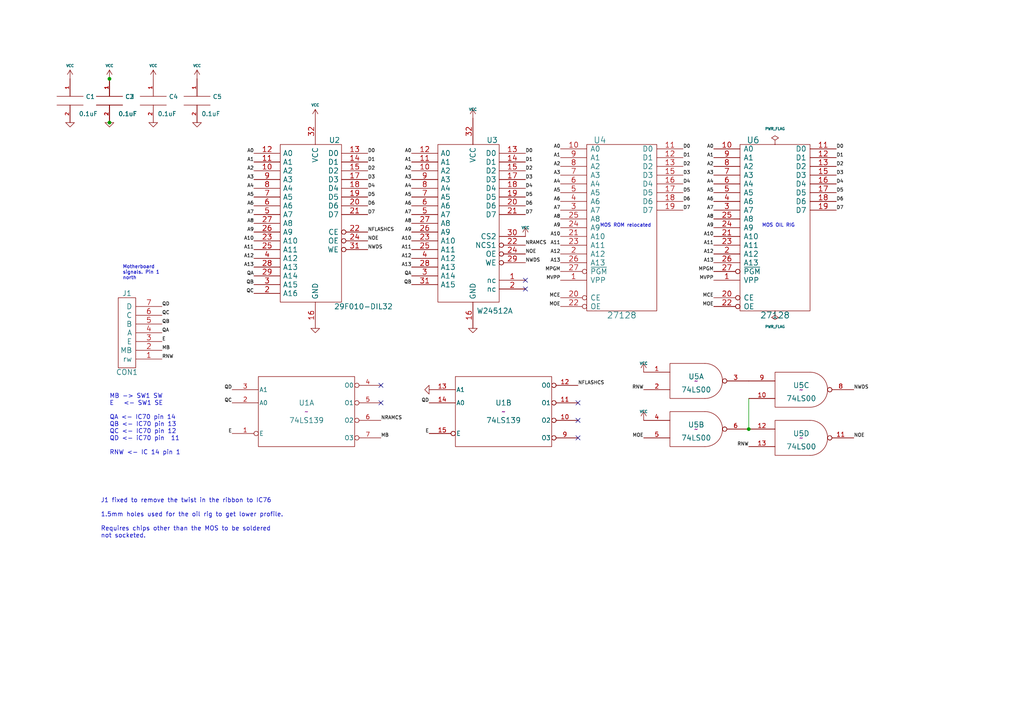
<source format=kicad_sch>
(kicad_sch (version 20211123) (generator eeschema)
  (paper "A4")
  (title_block (title "BBC ROM RAM 2022") (date "19 sep 2014") (rev "July 2022") (company "Peppertree I.T."))
  (lib_symbols
    (symbol "BBCROMRAM2014-rescue:27128-RESCUE-BBCROMRAM2014" (pin_names (offset 1.016))
      (property "Reference" "U" (at -6.35 25.4 0))
      (property "Value" "27128-RESCUE-BBCROMRAM2014" (at 0 -25.4 0))
      (symbol "27128-RESCUE-BBCROMRAM2014_0_0"
        (pin power_in line (at 0 -24.13 90) (length 0) hide (name "GND") (number "14"))
        (pin power_in line (at 0 24.13 270) (length 0) hide (name "VCC") (number "28"))
      )
      (symbol "27128-RESCUE-BBCROMRAM2014_0_1"
        (rectangle (start -10.16 24.13) (end 10.16 -24.13))
      )
      (symbol "27128-RESCUE-BBCROMRAM2014_1_1"
        (pin input line (at -17.78 -15.24 0) (length 7.62) (name "VPP") (number "1"))
        (pin input line (at -17.78 22.86 0) (length 7.62) (name "A0") (number "10"))
        (pin tri_state line (at 17.78 22.86 180) (length 7.62) (name "D0") (number "11"))
        (pin tri_state line (at 17.78 20.32 180) (length 7.62) (name "D1") (number "12"))
        (pin tri_state line (at 17.78 17.78 180) (length 7.62) (name "D2") (number "13"))
        (pin tri_state line (at 17.78 15.24 180) (length 7.62) (name "D3") (number "15"))
        (pin tri_state line (at 17.78 12.7 180) (length 7.62) (name "D4") (number "16"))
        (pin tri_state line (at 17.78 10.16 180) (length 7.62) (name "D5") (number "17"))
        (pin tri_state line (at 17.78 7.62 180) (length 7.62) (name "D6") (number "18"))
        (pin tri_state line (at 17.78 5.08 180) (length 7.62) (name "D7") (number "19"))
        (pin input line (at -17.78 -7.62 0) (length 7.62) (name "A12") (number "2"))
        (pin input inverted (at -17.78 -20.32 0) (length 7.62) (name "CE") (number "20"))
        (pin input line (at -17.78 -2.54 0) (length 7.62) (name "A10") (number "21"))
        (pin input inverted (at -17.78 -22.86 0) (length 7.62) (name "OE") (number "22"))
        (pin input line (at -17.78 -5.08 0) (length 7.62) (name "A11") (number "23"))
        (pin input line (at -17.78 0 0) (length 7.62) (name "A9") (number "24"))
        (pin input line (at -17.78 2.54 0) (length 7.62) (name "A8") (number "25"))
        (pin input line (at -17.78 -10.16 0) (length 7.62) (name "A13") (number "26"))
        (pin input inverted (at -17.78 -12.7 0) (length 7.62) (name "~{PGM}") (number "27"))
        (pin input line (at -17.78 5.08 0) (length 7.62) (name "A7") (number "3"))
        (pin input line (at -17.78 7.62 0) (length 7.62) (name "A6") (number "4"))
        (pin input line (at -17.78 10.16 0) (length 7.62) (name "A5") (number "5"))
        (pin input line (at -17.78 12.7 0) (length 7.62) (name "A4") (number "6"))
        (pin input line (at -17.78 15.24 0) (length 7.62) (name "A3") (number "7"))
        (pin input line (at -17.78 17.78 0) (length 7.62) (name "A2") (number "8"))
        (pin input line (at -17.78 20.32 0) (length 7.62) (name "A1") (number "9"))
      )
    )
    (symbol "BBCROMRAM2014-rescue:29F010-DIL32" (pin_names (offset 0.762))
      (property "Reference" "U" (at 6.858 24.13 0))
      (property "Value" "29F010-DIL32" (at 15.24 -24.13 0))
      (symbol "29F010-DIL32_0_1"
        (rectangle (start -8.89 -22.86) (end 8.89 22.86))
      )
      (symbol "29F010-DIL32_1_1"
        (pin input line (at -16.51 15.24 0) (length 7.62) (name "A2") (number "10"))
        (pin input line (at -16.51 17.78 0) (length 7.62) (name "A1") (number "11"))
        (pin input line (at -16.51 20.32 0) (length 7.62) (name "A0") (number "12"))
        (pin tri_state line (at 16.51 20.32 180) (length 7.62) (name "D0") (number "13"))
        (pin tri_state line (at 16.51 17.78 180) (length 7.62) (name "D1") (number "14"))
        (pin tri_state line (at 16.51 15.24 180) (length 7.62) (name "D2") (number "15"))
        (pin input line (at 1.27 -30.48 90) (length 7.62) (name "GND") (number "16"))
        (pin tri_state line (at 16.51 12.7 180) (length 7.62) (name "D3") (number "17"))
        (pin tri_state line (at 16.51 10.16 180) (length 7.62) (name "D4") (number "18"))
        (pin tri_state line (at 16.51 7.62 180) (length 7.62) (name "D5") (number "19"))
        (pin input line (at -16.51 -20.32 0) (length 7.62) (name "A16") (number "2"))
        (pin tri_state line (at 16.51 5.08 180) (length 7.62) (name "D6") (number "20"))
        (pin tri_state line (at 16.51 2.54 180) (length 7.62) (name "D7") (number "21"))
        (pin input inverted (at 16.51 -2.54 180) (length 7.62) (name "CE") (number "22"))
        (pin input line (at -16.51 -5.08 0) (length 7.62) (name "A10") (number "23"))
        (pin input inverted (at 16.51 -5.08 180) (length 7.62) (name "OE") (number "24"))
        (pin input line (at -16.51 -7.62 0) (length 7.62) (name "A11") (number "25"))
        (pin input line (at -16.51 -2.54 0) (length 7.62) (name "A9") (number "26"))
        (pin input line (at -16.51 0 0) (length 7.62) (name "A8") (number "27"))
        (pin input line (at -16.51 -12.7 0) (length 7.62) (name "A13") (number "28"))
        (pin input line (at -16.51 -15.24 0) (length 7.62) (name "A14") (number "29"))
        (pin input line (at -16.51 -17.78 0) (length 7.62) (name "A15") (number "3"))
        (pin input inverted (at 16.51 -7.62 180) (length 7.62) (name "WE") (number "31"))
        (pin input line (at 1.27 30.48 270) (length 7.62) (name "VCC") (number "32"))
        (pin input line (at -16.51 -10.16 0) (length 7.62) (name "A12") (number "4"))
        (pin input line (at -16.51 2.54 0) (length 7.62) (name "A7") (number "5"))
        (pin input line (at -16.51 5.08 0) (length 7.62) (name "A6") (number "6"))
        (pin input line (at -16.51 7.62 0) (length 7.62) (name "A5") (number "7"))
        (pin input line (at -16.51 10.16 0) (length 7.62) (name "A4") (number "8"))
        (pin input line (at -16.51 12.7 0) (length 7.62) (name "A3") (number "9"))
      )
    )
    (symbol "BBCROMRAM2014-rescue:74LS00" (pin_names (offset 0.762))
      (property "Reference" "U" (at 0 1.27 0))
      (property "Value" "74LS00" (at 0 -2.54 0))
      (symbol "74LS00_0_0"
        (pin power_in line (at -5.08 5.08 270) (length 0) hide (name "VCC") (number "14"))
        (pin power_in line (at -5.08 -5.08 90) (length 0) hide (name "GND") (number "7"))
      )
      (symbol "74LS00_0_1"
        (polyline (pts (xy 2.54 5.08) (xy -7.62 5.08) (xy -7.62 -5.08) (xy 2.54 -5.08)))
        (arc (start 2.54 -5.08) (mid 7.62 0) (end 2.54 5.08))
      )
      (symbol "74LS00_0_2"
        (arc (start -7.62 -5.08) (mid -5.2253 0) (end -7.62 5.08))
        (arc (start 0 -5.08) (mid 4.5408 -3.6305) (end 7.62 0))
        (polyline (pts (xy -7.62 -5.08) (xy 0 -5.08)))
        (polyline (pts (xy -7.62 5.08) (xy 0 5.08)))
        (arc (start 7.62 0) (mid 4.5343 3.6226) (end 0 5.08))
      )
      (symbol "74LS00_1_1"
        (pin input line (at -15.24 2.54 0) (length 7.62) (name "~") (number "1"))
        (pin input line (at -15.24 -2.54 0) (length 7.62) (name "~") (number "2"))
        (pin output inverted (at 15.24 0 180) (length 7.62) (name "~") (number "3"))
      )
      (symbol "74LS00_1_2"
        (pin input inverted (at -15.24 2.54 0) (length 9.398) (name "~") (number "1"))
        (pin input inverted (at -15.24 -2.54 0) (length 9.398) (name "~") (number "2"))
        (pin output line (at 15.24 0 180) (length 7.62) (name "~") (number "3"))
      )
      (symbol "74LS00_2_1"
        (pin input line (at -15.24 2.54 0) (length 7.62) (name "~") (number "4"))
        (pin input line (at -15.24 -2.54 0) (length 7.62) (name "~") (number "5"))
        (pin output inverted (at 15.24 0 180) (length 7.62) (name "~") (number "6"))
      )
      (symbol "74LS00_2_2"
        (pin input inverted (at -15.24 2.54 0) (length 9.398) (name "~") (number "4"))
        (pin input inverted (at -15.24 -2.54 0) (length 9.398) (name "~") (number "5"))
        (pin output line (at 15.24 0 180) (length 7.62) (name "~") (number "6"))
      )
      (symbol "74LS00_3_1"
        (pin input line (at -15.24 -2.54 0) (length 7.62) (name "~") (number "10"))
        (pin output inverted (at 15.24 0 180) (length 7.62) (name "~") (number "8"))
        (pin input line (at -15.24 2.54 0) (length 7.62) (name "~") (number "9"))
      )
      (symbol "74LS00_3_2"
        (pin input inverted (at -15.24 -2.54 0) (length 9.398) (name "~") (number "10"))
        (pin output line (at 15.24 0 180) (length 7.62) (name "~") (number "8"))
        (pin input inverted (at -15.24 2.54 0) (length 9.398) (name "~") (number "9"))
      )
      (symbol "74LS00_4_1"
        (pin output inverted (at 15.24 0 180) (length 7.62) (name "~") (number "11"))
        (pin input line (at -15.24 2.54 0) (length 7.62) (name "~") (number "12"))
        (pin input line (at -15.24 -2.54 0) (length 7.62) (name "~") (number "13"))
      )
      (symbol "74LS00_4_2"
        (pin output line (at 15.24 0 180) (length 7.62) (name "~") (number "11"))
        (pin input inverted (at -15.24 2.54 0) (length 9.398) (name "~") (number "12"))
        (pin input inverted (at -15.24 -2.54 0) (length 9.398) (name "~") (number "13"))
      )
    )
    (symbol "BBCROMRAM2014-rescue:74LS139" (pin_names (offset 0.254))
      (property "Reference" "U" (at 0 2.54 0))
      (property "Value" "74LS139" (at 0 -2.54 0))
      (symbol "74LS139_0_0"
        (rectangle (start -13.97 -10.16) (end 13.97 10.16))
        (pin power_in line (at -11.43 10.16 90) (length 0) hide (name "VCC") (number "16"))
        (pin power_in line (at -11.43 -10.16 90) (length 0) hide (name "GND") (number "8"))
      )
      (symbol "74LS139_1_1"
        (pin input inverted (at -21.59 -6.35 0) (length 7.62) (name "E") (number "1"))
        (pin input line (at -21.59 2.54 0) (length 7.62) (name "A0") (number "2"))
        (pin input line (at -21.59 6.35 0) (length 7.62) (name "A1") (number "3"))
        (pin output inverted (at 21.59 7.62 180) (length 7.62) (name "O0") (number "4"))
        (pin output inverted (at 21.59 2.54 180) (length 7.62) (name "O1") (number "5"))
        (pin output inverted (at 21.59 -2.54 180) (length 7.62) (name "O2") (number "6"))
        (pin output inverted (at 21.59 -7.62 180) (length 7.62) (name "O3") (number "7"))
      )
      (symbol "74LS139_2_1"
        (pin output inverted (at 21.59 -2.54 180) (length 7.62) (name "O2") (number "10"))
        (pin output inverted (at 21.59 2.54 180) (length 7.62) (name "O1") (number "11"))
        (pin output inverted (at 21.59 7.62 180) (length 7.62) (name "O0") (number "12"))
        (pin input line (at -21.59 6.35 0) (length 7.62) (name "A1") (number "13"))
        (pin input line (at -21.59 2.54 0) (length 7.62) (name "A0") (number "14"))
        (pin input inverted (at -21.59 -6.35 0) (length 7.62) (name "E") (number "15"))
        (pin output inverted (at 21.59 -7.62 180) (length 7.62) (name "O3") (number "9"))
      )
    )
    (symbol "BBCROMRAM2014-rescue:CON1" (pin_names (offset 1.016))
      (property "Reference" "J" (at 10.16 -22.86 0))
      (property "Value" "CON1" (at 10.16 0 0))
      (symbol "CON1_0_1"
        (rectangle (start 7.62 -1.27) (end 12.7 -21.59))
      )
      (symbol "CON1_1_1"
        (pin input line (at 0 -3.81 0) (length 7.62) (name "rw") (number "1"))
        (pin input line (at 0 -6.35 0) (length 7.62) (name "MB") (number "2"))
        (pin input line (at 0 -8.89 0) (length 7.62) (name "E") (number "3"))
        (pin input line (at 0 -11.43 0) (length 7.62) (name "A") (number "4"))
        (pin input line (at 0 -13.97 0) (length 7.62) (name "B") (number "5"))
        (pin input line (at 0 -16.51 0) (length 7.62) (name "C") (number "6"))
        (pin input line (at 0 -19.05 0) (length 7.62) (name "D") (number "7"))
      )
    )
    (symbol "BBCROMRAM2014-rescue:GND-RESCUE-BBCROMRAM2014" (power) (pin_names (offset 0))
      (symbol "GND-RESCUE-BBCROMRAM2014_0_1"
        (polyline (pts (xy -1.27 0) (xy 0 -1.27) (xy 1.27 0) (xy -1.27 0)))
      )
      (symbol "GND-RESCUE-BBCROMRAM2014_1_1"
        (pin power_in line (at 0 0 90) (length 0) hide (name "GND") (number "1"))
      )
    )
    (symbol "BBCROMRAM2014-rescue:W24512A" (pin_names (offset 0.762))
      (property "Reference" "U" (at 6.858 24.13 0))
      (property "Value" "W24512A" (at 15.24 -24.13 0))
      (symbol "W24512A_0_1"
        (rectangle (start -8.89 -22.86) (end 8.89 22.86))
      )
      (symbol "W24512A_1_1"
        (pin input line (at 16.51 -16.51 180) (length 7.62) (name "nc") (number "1"))
        (pin input line (at -16.51 15.24 0) (length 7.62) (name "A2") (number "10"))
        (pin input line (at -16.51 17.78 0) (length 7.62) (name "A1") (number "11"))
        (pin input line (at -16.51 20.32 0) (length 7.62) (name "A0") (number "12"))
        (pin tri_state line (at 16.51 20.32 180) (length 7.62) (name "D0") (number "13"))
        (pin tri_state line (at 16.51 17.78 180) (length 7.62) (name "D1") (number "14"))
        (pin tri_state line (at 16.51 15.24 180) (length 7.62) (name "D2") (number "15"))
        (pin input line (at 1.27 -30.48 90) (length 7.62) (name "GND") (number "16"))
        (pin tri_state line (at 16.51 12.7 180) (length 7.62) (name "D3") (number "17"))
        (pin tri_state line (at 16.51 10.16 180) (length 7.62) (name "D4") (number "18"))
        (pin tri_state line (at 16.51 7.62 180) (length 7.62) (name "D5") (number "19"))
        (pin input line (at 16.51 -19.05 180) (length 7.62) (name "nc") (number "2"))
        (pin tri_state line (at 16.51 5.08 180) (length 7.62) (name "D6") (number "20"))
        (pin tri_state line (at 16.51 2.54 180) (length 7.62) (name "D7") (number "21"))
        (pin input inverted (at 16.51 -6.35 180) (length 7.62) (name "NCS1") (number "22"))
        (pin input line (at -16.51 -5.08 0) (length 7.62) (name "A10") (number "23"))
        (pin input inverted (at 16.51 -8.89 180) (length 7.62) (name "OE") (number "24"))
        (pin input line (at -16.51 -7.62 0) (length 7.62) (name "A11") (number "25"))
        (pin input line (at -16.51 -2.54 0) (length 7.62) (name "A9") (number "26"))
        (pin input line (at -16.51 0 0) (length 7.62) (name "A8") (number "27"))
        (pin input line (at -16.51 -12.7 0) (length 7.62) (name "A13") (number "28"))
        (pin input inverted (at 16.51 -11.43 180) (length 7.62) (name "WE") (number "29"))
        (pin input line (at -16.51 -15.24 0) (length 7.62) (name "A14") (number "3"))
        (pin input line (at 16.51 -3.81 180) (length 7.62) (name "CS2") (number "30"))
        (pin input line (at -16.51 -17.78 0) (length 7.62) (name "A15") (number "31"))
        (pin input line (at 1.27 30.48 270) (length 7.62) (name "VCC") (number "32"))
        (pin input line (at -16.51 -10.16 0) (length 7.62) (name "A12") (number "4"))
        (pin input line (at -16.51 2.54 0) (length 7.62) (name "A7") (number "5"))
        (pin input line (at -16.51 5.08 0) (length 7.62) (name "A6") (number "6"))
        (pin input line (at -16.51 7.62 0) (length 7.62) (name "A5") (number "7"))
        (pin input line (at -16.51 10.16 0) (length 7.62) (name "A4") (number "8"))
        (pin input line (at -16.51 12.7 0) (length 7.62) (name "A3") (number "9"))
      )
    )
    (symbol "power:PWR_FLAG" (power) (pin_numbers hide) (pin_names (offset 0) hide)
      (property "Value" "PWR_FLAG" (at 0 3.81 0))
      (symbol "PWR_FLAG_0_0"
        (pin power_out line (at 0 0 90) (length 0) (name "pwr") (number "1"))
      )
      (symbol "PWR_FLAG_0_1"
        (polyline (pts (xy 0 0) (xy 0 1.27) (xy -1.016 1.905) (xy 0 2.54) (xy 1.016 1.905) (xy 0 1.27)))
      )
    )
    (symbol "power:VCC" (power) (pin_names (offset 0))
      (property "Value" "VCC" (at 0 3.81 0))
      (symbol "VCC_0_1"
        (polyline (pts (xy -0.762 1.27) (xy 0 2.54)))
        (polyline (pts (xy 0 0) (xy 0 2.54)))
        (polyline (pts (xy 0 2.54) (xy 0.762 1.27)))
      )
      (symbol "VCC_1_1"
        (pin power_in line (at 0 0 90) (length 0) hide (name "VCC") (number "1"))
      )
    )
    (symbol "pspice:C" (pin_names (offset 0.254))
      (property "Reference" "C" (at 2.54 3.81 90))
      (property "Value" "C" (at 2.54 -3.81 90))
      (symbol "C_0_1"
        (polyline (pts (xy -3.81 -1.27) (xy 3.81 -1.27)))
        (polyline (pts (xy -3.81 1.27) (xy 3.81 1.27)))
      )
      (symbol "C_1_1"
        (pin passive line (at 0 6.35 270) (length 5.08) (name "~") (number "1"))
        (pin passive line (at 0 -6.35 90) (length 5.08) (name "~") (number "2"))
      )
    )
  )
  (junction (at 31.75 35.56))
  (junction (at 31.75 22.86))
  (junction (at 217.17 124.46))
  (no_connect (at 152.4 81.28))
  (no_connect (at 110.49 116.84))
  (no_connect (at 167.64 121.92))
  (no_connect (at 110.49 111.76))
  (no_connect (at 152.4 83.82))
  (no_connect (at 167.64 127))
  (no_connect (at 167.64 116.84))
  (wire (pts (xy 217.17 124.46) (xy 217.17 115.57)))
  (text "MOS OIL RIG" (at 220.98 66.04 0) (effects (font (size 0.9906 0.9906)) (justify left bottom)))
  (text "MB -> SW1 SW\nE   <- SW1 SE\n\nQA <- IC70 pin 14\nQB <- IC70 pin 13\nQC <- IC70 pin 12\nQD <- iC70 pin  11\n\nRNW <- IC 14 pin 1" (at 31.75 132.08 0) (effects (font (size 1.27 1.27)) (justify left bottom)))
  (text "MOS ROM relocated" (at 173.99 66.04 0) (effects (font (size 0.9906 0.9906)) (justify left bottom)))
  (text "Motherboard\nsignals. Pin 1\nnorth" (at 35.56 81.28 0) (effects (font (size 0.9906 0.9906)) (justify left bottom)))
  (text "J1 fixed to remove the twist in the ribbon to IC76\n\n1.5mm holes used for the oil rig to get lower profile.\n\nRequires chips other than the MOS to be soldered\nnot socketed.\n" (at 29.21 156.21 0) (effects (font (size 1.27 1.27)) (justify left bottom)))
  (label "MOE" (at 207.01 88.9 180) (effects (font (size 0.9906 0.9906))))
  (label "MVPP" (at 207.01 81.28 180) (effects (font (size 0.9906 0.9906))))
  (label "D4" (at 198.12 53.34 0) (effects (font (size 0.9906 0.9906))))
  (label "D7" (at 152.4 62.23 0) (effects (font (size 0.9906 0.9906))))
  (label "NFLASHCS" (at 106.68 67.31 0) (effects (font (size 0.9906 0.9906))))
  (label "D5" (at 242.57 55.88 0) (effects (font (size 0.9906 0.9906))))
  (label "NOE" (at 247.65 127 0) (effects (font (size 0.9906 0.9906))))
  (label "A11" (at 119.38 72.39 180) (effects (font (size 0.9906 0.9906))))
  (label "D0" (at 106.68 44.45 0) (effects (font (size 0.9906 0.9906))))
  (label "QA" (at 46.99 96.52 0) (effects (font (size 0.9906 0.9906))))
  (label "A11" (at 207.01 71.12 180) (effects (font (size 0.9906 0.9906))))
  (label "NRAMCS" (at 110.49 121.92 0) (effects (font (size 0.9906 0.9906))))
  (label "A1" (at 119.38 46.99 180) (effects (font (size 0.9906 0.9906))))
  (label "A4" (at 73.66 54.61 180) (effects (font (size 0.9906 0.9906))))
  (label "A5" (at 162.56 55.88 180) (effects (font (size 0.9906 0.9906))))
  (label "A8" (at 73.66 64.77 180) (effects (font (size 0.9906 0.9906))))
  (label "D5" (at 198.12 55.88 0) (effects (font (size 0.9906 0.9906))))
  (label "A6" (at 207.01 58.42 180) (effects (font (size 0.9906 0.9906))))
  (label "RNW" (at 186.69 113.03 180) (effects (font (size 0.9906 0.9906))))
  (label "A9" (at 162.56 66.04 180) (effects (font (size 0.9906 0.9906))))
  (label "A5" (at 207.01 55.88 180) (effects (font (size 0.9906 0.9906))))
  (label "NOE" (at 152.4 73.66 0) (effects (font (size 0.9906 0.9906))))
  (label "D6" (at 242.57 58.42 0) (effects (font (size 0.9906 0.9906))))
  (label "D2" (at 152.4 49.53 0) (effects (font (size 0.9906 0.9906))))
  (label "D7" (at 106.68 62.23 0) (effects (font (size 0.9906 0.9906))))
  (label "A11" (at 73.66 72.39 180) (effects (font (size 0.9906 0.9906))))
  (label "A9" (at 207.01 66.04 180) (effects (font (size 0.9906 0.9906))))
  (label "A6" (at 73.66 59.69 180) (effects (font (size 0.9906 0.9906))))
  (label "D3" (at 242.57 50.8 0) (effects (font (size 0.9906 0.9906))))
  (label "A9" (at 119.38 67.31 180) (effects (font (size 0.9906 0.9906))))
  (label "A4" (at 162.56 53.34 180) (effects (font (size 0.9906 0.9906))))
  (label "A3" (at 119.38 52.07 180) (effects (font (size 0.9906 0.9906))))
  (label "QD" (at 124.46 116.84 180) (effects (font (size 0.9906 0.9906))))
  (label "NWDS" (at 247.65 113.03 0) (effects (font (size 0.9906 0.9906))))
  (label "MOE" (at 186.69 127 180) (effects (font (size 0.9906 0.9906))))
  (label "A5" (at 119.38 57.15 180) (effects (font (size 0.9906 0.9906))))
  (label "A9" (at 73.66 67.31 180) (effects (font (size 0.9906 0.9906))))
  (label "NWDS" (at 106.68 72.39 0) (effects (font (size 0.9906 0.9906))))
  (label "E" (at 67.31 125.73 180) (effects (font (size 0.9906 0.9906))))
  (label "A0" (at 73.66 44.45 180) (effects (font (size 0.9906 0.9906))))
  (label "NWDS" (at 152.4 76.2 0) (effects (font (size 0.9906 0.9906))))
  (label "D2" (at 198.12 48.26 0) (effects (font (size 0.9906 0.9906))))
  (label "A13" (at 73.66 77.47 180) (effects (font (size 0.9906 0.9906))))
  (label "A13" (at 162.56 76.2 180) (effects (font (size 0.9906 0.9906))))
  (label "D0" (at 242.57 43.18 0) (effects (font (size 0.9906 0.9906))))
  (label "RNW" (at 217.17 129.54 180) (effects (font (size 0.9906 0.9906))))
  (label "A13" (at 207.01 76.2 180) (effects (font (size 0.9906 0.9906))))
  (label "A2" (at 119.38 49.53 180) (effects (font (size 0.9906 0.9906))))
  (label "NRAMCS" (at 152.4 71.12 0) (effects (font (size 0.9906 0.9906))))
  (label "MPGM" (at 162.56 78.74 180) (effects (font (size 0.9906 0.9906))))
  (label "A11" (at 162.56 71.12 180) (effects (font (size 0.9906 0.9906))))
  (label "A10" (at 73.66 69.85 180) (effects (font (size 0.9906 0.9906))))
  (label "D4" (at 106.68 54.61 0) (effects (font (size 0.9906 0.9906))))
  (label "MVPP" (at 162.56 81.28 180) (effects (font (size 0.9906 0.9906))))
  (label "D3" (at 152.4 52.07 0) (effects (font (size 0.9906 0.9906))))
  (label "QD" (at 46.99 88.9 0) (effects (font (size 0.9906 0.9906))))
  (label "D6" (at 198.12 58.42 0) (effects (font (size 0.9906 0.9906))))
  (label "D4" (at 152.4 54.61 0) (effects (font (size 0.9906 0.9906))))
  (label "D5" (at 106.68 57.15 0) (effects (font (size 0.9906 0.9906))))
  (label "D1" (at 242.57 45.72 0) (effects (font (size 0.9906 0.9906))))
  (label "A6" (at 162.56 58.42 180) (effects (font (size 0.9906 0.9906))))
  (label "A3" (at 73.66 52.07 180) (effects (font (size 0.9906 0.9906))))
  (label "D1" (at 106.68 46.99 0) (effects (font (size 0.9906 0.9906))))
  (label "A2" (at 73.66 49.53 180) (effects (font (size 0.9906 0.9906))))
  (label "E" (at 46.99 99.06 0) (effects (font (size 0.9906 0.9906))))
  (label "NOE" (at 106.68 69.85 0) (effects (font (size 0.9906 0.9906))))
  (label "A2" (at 207.01 48.26 180) (effects (font (size 0.9906 0.9906))))
  (label "D4" (at 242.57 53.34 0) (effects (font (size 0.9906 0.9906))))
  (label "A13" (at 119.38 77.47 180) (effects (font (size 0.9906 0.9906))))
  (label "D1" (at 198.12 45.72 0) (effects (font (size 0.9906 0.9906))))
  (label "A10" (at 119.38 69.85 180) (effects (font (size 0.9906 0.9906))))
  (label "A3" (at 162.56 50.8 180) (effects (font (size 0.9906 0.9906))))
  (label "D7" (at 242.57 60.96 0) (effects (font (size 0.9906 0.9906))))
  (label "D5" (at 152.4 57.15 0) (effects (font (size 0.9906 0.9906))))
  (label "A7" (at 162.56 60.96 180) (effects (font (size 0.9906 0.9906))))
  (label "A7" (at 73.66 62.23 180) (effects (font (size 0.9906 0.9906))))
  (label "NFLASHCS" (at 167.64 111.76 0) (effects (font (size 0.9906 0.9906))))
  (label "A12" (at 162.56 73.66 180) (effects (font (size 0.9906 0.9906))))
  (label "MB" (at 46.99 101.6 0) (effects (font (size 0.9906 0.9906))))
  (label "A8" (at 207.01 63.5 180) (effects (font (size 0.9906 0.9906))))
  (label "A12" (at 119.38 74.93 180) (effects (font (size 0.9906 0.9906))))
  (label "A7" (at 119.38 62.23 180) (effects (font (size 0.9906 0.9906))))
  (label "MOE" (at 162.56 88.9 180) (effects (font (size 0.9906 0.9906))))
  (label "D2" (at 242.57 48.26 0) (effects (font (size 0.9906 0.9906))))
  (label "D2" (at 106.68 49.53 0) (effects (font (size 0.9906 0.9906))))
  (label "MPGM" (at 207.01 78.74 180) (effects (font (size 0.9906 0.9906))))
  (label "D6" (at 106.68 59.69 0) (effects (font (size 0.9906 0.9906))))
  (label "A4" (at 119.38 54.61 180) (effects (font (size 0.9906 0.9906))))
  (label "A12" (at 207.01 73.66 180) (effects (font (size 0.9906 0.9906))))
  (label "A7" (at 207.01 60.96 180) (effects (font (size 0.9906 0.9906))))
  (label "A1" (at 207.01 45.72 180) (effects (font (size 0.9906 0.9906))))
  (label "A4" (at 207.01 53.34 180) (effects (font (size 0.9906 0.9906))))
  (label "D6" (at 152.4 59.69 0) (effects (font (size 0.9906 0.9906))))
  (label "QC" (at 73.66 85.09 180) (effects (font (size 0.9906 0.9906))))
  (label "QB" (at 46.99 93.98 0) (effects (font (size 0.9906 0.9906))))
  (label "QD" (at 67.31 113.03 180) (effects (font (size 0.9906 0.9906))))
  (label "A0" (at 162.56 43.18 180) (effects (font (size 0.9906 0.9906))))
  (label "D0" (at 198.12 43.18 0) (effects (font (size 0.9906 0.9906))))
  (label "A3" (at 207.01 50.8 180) (effects (font (size 0.9906 0.9906))))
  (label "D0" (at 152.4 44.45 0) (effects (font (size 0.9906 0.9906))))
  (label "D3" (at 106.68 52.07 0) (effects (font (size 0.9906 0.9906))))
  (label "D3" (at 198.12 50.8 0) (effects (font (size 0.9906 0.9906))))
  (label "A1" (at 73.66 46.99 180) (effects (font (size 0.9906 0.9906))))
  (label "QC" (at 67.31 116.84 180) (effects (font (size 0.9906 0.9906))))
  (label "A6" (at 119.38 59.69 180) (effects (font (size 0.9906 0.9906))))
  (label "D1" (at 152.4 46.99 0) (effects (font (size 0.9906 0.9906))))
  (label "QA" (at 119.38 80.01 180) (effects (font (size 0.9906 0.9906))))
  (label "E" (at 124.46 125.73 180) (effects (font (size 0.9906 0.9906))))
  (label "RNW" (at 46.99 104.14 0) (effects (font (size 0.9906 0.9906))))
  (label "MB" (at 110.49 127 0) (effects (font (size 0.9906 0.9906))))
  (label "MCE" (at 207.01 86.36 180) (effects (font (size 0.9906 0.9906))))
  (label "QA" (at 73.66 80.01 180) (effects (font (size 0.9906 0.9906))))
  (label "A8" (at 162.56 63.5 180) (effects (font (size 0.9906 0.9906))))
  (label "MCE" (at 162.56 86.36 180) (effects (font (size 0.9906 0.9906))))
  (label "D7" (at 198.12 60.96 0) (effects (font (size 0.9906 0.9906))))
  (label "A8" (at 119.38 64.77 180) (effects (font (size 0.9906 0.9906))))
  (label "A12" (at 73.66 74.93 180) (effects (font (size 0.9906 0.9906))))
  (label "A5" (at 73.66 57.15 180) (effects (font (size 0.9906 0.9906))))
  (label "QC" (at 46.99 91.44 0) (effects (font (size 0.9906 0.9906))))
  (label "A10" (at 207.01 68.58 180) (effects (font (size 0.9906 0.9906))))
  (label "A10" (at 162.56 68.58 180) (effects (font (size 0.9906 0.9906))))
  (label "A0" (at 207.01 43.18 180) (effects (font (size 0.9906 0.9906))))
  (label "A1" (at 162.56 45.72 180) (effects (font (size 0.9906 0.9906))))
  (label "A0" (at 119.38 44.45 180) (effects (font (size 0.9906 0.9906))))
  (label "A2" (at 162.56 48.26 180) (effects (font (size 0.9906 0.9906))))
  (label "QB" (at 119.38 82.55 180) (effects (font (size 0.9906 0.9906))))
  (label "QB" (at 73.66 82.55 180) (effects (font (size 0.9906 0.9906))))
  (symbol (lib_id "BBCROMRAM2014-rescue:29F010-DIL32") (at 90.17 64.77 0) (unit 1)
    (property "Reference" "U2" (at 97.028 40.64 0) (effects (font (size 1.524 1.524))))
    (property "Value" "29F010-DIL32" (at 105.41 88.9 0) (effects (font (size 1.524 1.524))))
  )
  (symbol (lib_id "BBCROMRAM2014-rescue:27128-RESCUE-BBCROMRAM2014") (at 180.34 66.04 0) (unit 1)
    (property "Reference" "U4" (at 173.99 40.64 0) (effects (font (size 1.778 1.778))))
    (property "Value" "27128" (at 180.34 91.44 0) (effects (font (size 1.778 1.778))))
  )
  (symbol (lib_id "BBCROMRAM2014-rescue:W24512A") (at 135.89 64.77 0) (unit 1)
    (property "Reference" "U3" (at 142.748 40.64 0) (effects (font (size 1.524 1.524))))
    (property "Value" "W24512A" (at 143.51 90.17 0) (effects (font (size 1.524 1.524))))
  )
  (symbol (lib_id "BBCROMRAM2014-rescue:27128-RESCUE-BBCROMRAM2014") (at 224.79 66.04 0) (unit 1)
    (property "Reference" "U6" (at 218.44 40.64 0) (effects (font (size 1.778 1.778))))
    (property "Value" "27128" (at 224.79 91.44 0) (effects (font (size 1.778 1.778))))
  )
  (symbol (lib_id "BBCROMRAM2014-rescue:74LS139") (at 88.9 119.38 0) (unit 1)
    (property "Reference" "U1" (at 88.9 116.84 0) (effects (font (size 1.524 1.524))))
    (property "Value" "74LS139" (at 88.9 121.92 0) (effects (font (size 1.524 1.524))))
    (property "Datasheet" "~" (at 88.9 119.38 0) (effects (font (size 1.524 1.524))))
  )
  (symbol (lib_id "BBCROMRAM2014-rescue:74LS139") (at 146.05 119.38 0) (unit 2)
    (property "Reference" "U1" (at 146.05 116.84 0) (effects (font (size 1.524 1.524))))
    (property "Value" "74LS139" (at 146.05 121.92 0) (effects (font (size 1.524 1.524))))
    (property "Datasheet" "~" (at 146.05 119.38 0) (effects (font (size 1.524 1.524))))
  )
  (symbol (lib_id "BBCROMRAM2014-rescue:GND-RESCUE-BBCROMRAM2014") (at 124.46 113.03 270) (unit 1)
    (property "Reference" "#PWR01" (effects hide))
    (property "Value" "GND" (effects hide))
  )
  (symbol (lib_id "power:VCC") (at 152.4 68.58 0) (unit 1)
    (property "Reference" "#PWR02" (effects hide))
    (property "Value" "VCC" (at 152.4 66.04 0) (effects (font (size 0.762 0.762))))
  )
  (symbol (lib_id "BBCROMRAM2014-rescue:74LS00") (at 201.93 124.46 0) (unit 2)
    (property "Reference" "U5" (at 201.93 123.19 0) (effects (font (size 1.524 1.524))))
    (property "Value" "74LS00" (at 201.93 127 0) (effects (font (size 1.524 1.524))))
    (property "Datasheet" "~" (at 201.93 124.46 0) (effects (font (size 1.524 1.524))))
  )
  (symbol (lib_id "power:VCC") (at 186.69 121.92 0) (unit 1)
    (property "Reference" "#PWR03" (effects hide))
    (property "Value" "VCC" (at 186.69 119.38 0) (effects (font (size 0.762 0.762))))
  )
  (symbol (lib_id "BBCROMRAM2014-rescue:74LS00") (at 232.41 127 0) (unit 4)
    (property "Reference" "U5" (at 232.41 125.73 0) (effects (font (size 1.524 1.524))))
    (property "Value" "74LS00" (at 232.41 129.54 0) (effects (font (size 1.524 1.524))))
    (property "Datasheet" "~" (at 232.41 127 0) (effects (font (size 1.524 1.524))))
  )
  (symbol (lib_id "BBCROMRAM2014-rescue:74LS00") (at 201.93 110.49 0) (unit 1)
    (property "Reference" "U5" (at 201.93 109.22 0) (effects (font (size 1.524 1.524))))
    (property "Value" "74LS00" (at 201.93 113.03 0) (effects (font (size 1.524 1.524))))
    (property "Datasheet" "~" (at 201.93 110.49 0) (effects (font (size 1.524 1.524))))
  )
  (symbol (lib_id "BBCROMRAM2014-rescue:74LS00") (at 232.41 113.03 0) (unit 3)
    (property "Reference" "U5" (at 232.41 111.76 0) (effects (font (size 1.524 1.524))))
    (property "Value" "74LS00" (at 232.41 115.57 0) (effects (font (size 1.524 1.524))))
    (property "Datasheet" "~" (at 232.41 113.03 0) (effects (font (size 1.524 1.524))))
  )
  (symbol (lib_id "power:VCC") (at 186.69 107.95 0) (unit 1)
    (property "Reference" "#PWR04" (effects hide))
    (property "Value" "VCC" (at 186.69 105.41 0) (effects (font (size 0.762 0.762))))
  )
  (symbol (lib_id "BBCROMRAM2014-rescue:GND-RESCUE-BBCROMRAM2014") (at 137.16 95.25 0) (unit 1)
    (property "Reference" "#PWR05" (effects hide))
    (property "Value" "GND" (effects hide))
  )
  (symbol (lib_id "BBCROMRAM2014-rescue:GND-RESCUE-BBCROMRAM2014") (at 91.44 95.25 0) (unit 1)
    (property "Reference" "#PWR06" (effects hide))
    (property "Value" "GND" (effects hide))
  )
  (symbol (lib_id "power:VCC") (at 137.16 34.29 0) (unit 1)
    (property "Reference" "#PWR07" (effects hide))
    (property "Value" "VCC" (at 137.16 31.75 0) (effects (font (size 0.762 0.762))))
  )
  (symbol (lib_id "power:VCC") (at 91.44 34.29 0) (unit 1)
    (property "Reference" "#PWR08" (effects hide))
    (property "Value" "VCC" (at 91.44 30.48 0) (effects (font (size 0.762 0.762))))
  )
  (symbol (lib_id "BBCROMRAM2014-rescue:CON1") (at 46.99 107.95 180) (unit 1)
    (property "Reference" "J1" (at 36.83 85.09 0) (effects (font (size 1.524 1.524))))
    (property "Value" "CON1" (at 36.83 107.95 0) (effects (font (size 1.524 1.524))))
  )
  (symbol (lib_id "power:PWR_FLAG") (at 224.79 41.91 0) (unit 1)
    (property "Reference" "#FLG09" (effects hide))
    (property "Value" "PWR_FLAG" (at 224.79 37.338 0) (effects (font (size 0.762 0.762))))
  )
  (symbol (lib_id "power:PWR_FLAG") (at 224.79 90.17 180) (unit 1)
    (property "Reference" "#FLG010" (effects hide))
    (property "Value" "PWR_FLAG" (at 224.79 94.742 0) (effects (font (size 0.762 0.762))))
  )
  (symbol (lib_id "pspice:C") (at 20.32 29.21 0) (unit 1)
    (property "Reference" "C1" (at 24.8412 28.0416 0) (effects (justify left)))
    (property "Value" "0.1uF" (at 22.86 33.02 0) (effects (justify left)))
    (property "Footprint" "Capacitor_THT:C_Rect_L7.0mm_W2.0mm_P5.00mm" (effects hide))
  )
  (symbol (lib_id "pspice:C") (at 31.75 29.21 0) (unit 1)
    (property "Reference" "C2" (at 36.2712 28.0416 0) (effects (justify left)))
    (property "Value" "0.1uF" (at 34.29 33.02 0) (effects (justify left)))
    (property "Footprint" "Capacitor_THT:C_Rect_L7.0mm_W2.0mm_P5.00mm" (effects hide))
  )
  (symbol (lib_id "pspice:C") (at 44.45 29.21 0) (unit 1)
    (property "Reference" "C4" (at 48.9712 28.0416 0) (effects (justify left)))
    (property "Value" "0.1uF" (at 45.72 33.02 0) (effects (justify left)))
    (property "Footprint" "Capacitor_THT:C_Rect_L7.0mm_W2.0mm_P5.00mm" (effects hide))
  )
  (symbol (lib_id "pspice:C") (at 57.15 29.21 0) (unit 1)
    (property "Reference" "C5" (at 61.6712 28.0416 0) (effects (justify left)))
    (property "Value" "0.1uF" (at 58.42 33.02 0) (effects (justify left)))
    (property "Footprint" "Capacitor_THT:C_Rect_L7.0mm_W2.0mm_P5.00mm" (effects hide))
  )
  (symbol (lib_id "BBCROMRAM2014-rescue:GND-RESCUE-BBCROMRAM2014") (at 20.32 35.56 0) (unit 1)
    (property "Reference" "#PWR0101" (effects hide))
    (property "Value" "GND" (effects hide))
  )
  (symbol (lib_id "BBCROMRAM2014-rescue:GND-RESCUE-BBCROMRAM2014") (at 31.75 35.56 0) (unit 1)
    (property "Reference" "#PWR0102" (effects hide))
    (property "Value" "GND" (effects hide))
  )
  (symbol (lib_id "pspice:C") (at 31.75 29.21 0) (unit 1)
    (property "Reference" "C3" (at 36.2712 28.0416 0) (effects (justify left)))
    (property "Value" "0.1uF" (at 34.29 33.02 0) (effects (justify left)))
    (property "Footprint" "Capacitor_THT:C_Rect_L7.0mm_W2.0mm_P5.00mm" (effects hide))
  )
  (symbol (lib_id "BBCROMRAM2014-rescue:GND-RESCUE-BBCROMRAM2014") (at 44.45 35.56 0) (unit 1)
    (property "Reference" "#PWR0103" (effects hide))
    (property "Value" "GND" (effects hide))
  )
  (symbol (lib_id "BBCROMRAM2014-rescue:GND-RESCUE-BBCROMRAM2014") (at 57.15 35.56 0) (unit 1)
    (property "Reference" "#PWR0104" (effects hide))
    (property "Value" "GND" (effects hide))
  )
  (symbol (lib_id "power:VCC") (at 20.32 22.86 0) (unit 1)
    (property "Reference" "#PWR0106" (effects hide))
    (property "Value" "VCC" (at 20.32 19.05 0) (effects (font (size 0.762 0.762))))
  )
  (symbol (lib_id "power:VCC") (at 31.75 22.86 0) (unit 1)
    (property "Reference" "#PWR0107" (effects hide))
    (property "Value" "VCC" (at 31.75 19.05 0) (effects (font (size 0.762 0.762))))
  )
  (symbol (lib_id "power:VCC") (at 44.45 22.86 0) (unit 1)
    (property "Reference" "#PWR0108" (effects hide))
    (property "Value" "VCC" (at 44.45 19.05 0) (effects (font (size 0.762 0.762))))
  )
  (symbol (lib_id "power:VCC") (at 57.15 22.86 0) (unit 1)
    (property "Reference" "#PWR0109" (effects hide))
    (property "Value" "VCC" (at 57.15 19.05 0) (effects (font (size 0.762 0.762))))
  )
)
</source>
